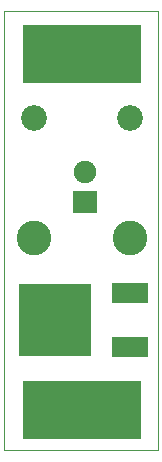
<source format=gbs>
G04 #@! TF.FileFunction,Soldermask,Bot*
%FSLAX46Y46*%
G04 Gerber Fmt 4.6, Leading zero omitted, Abs format (unit mm)*
G04 Created by KiCad (PCBNEW 0.201602231446+6579~42~ubuntu15.04.1-product) date Fri 26 Feb 2016 04:43:04 PM EST*
%MOMM*%
G01*
G04 APERTURE LIST*
%ADD10C,0.100000*%
%ADD11R,2.000000X1.900000*%
%ADD12C,1.900000*%
%ADD13R,3.048000X1.651000*%
%ADD14R,6.096000X6.096000*%
%ADD15R,10.000000X5.000000*%
%ADD16C,2.930000*%
%ADD17C,2.170000*%
G04 APERTURE END LIST*
D10*
X102600000Y-86400000D02*
X102600000Y-49200000D01*
X115600000Y-86400000D02*
X102600000Y-86400000D01*
X115600000Y-49200000D02*
X115600000Y-86400000D01*
X102600000Y-49200000D02*
X115600000Y-49200000D01*
D11*
X109400000Y-65340000D03*
D12*
X109400000Y-62800000D03*
D13*
X113200000Y-73114000D03*
D14*
X106850000Y-75400000D03*
D13*
X113200000Y-77686000D03*
D15*
X109200000Y-83000000D03*
X109200000Y-52800000D03*
D16*
X105070000Y-68400000D03*
D17*
X113200000Y-58240000D03*
D16*
X113200000Y-68400000D03*
D17*
X105070000Y-58240000D03*
M02*

</source>
